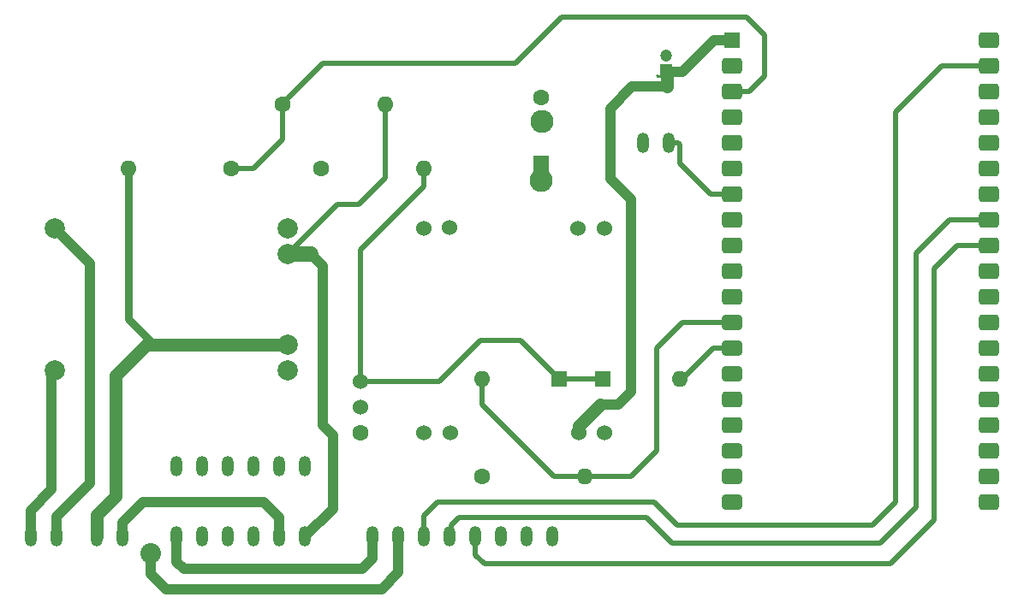
<source format=gbr>
%TF.GenerationSoftware,KiCad,Pcbnew,(7.0.0)*%
%TF.CreationDate,2023-03-30T08:56:28+02:00*%
%TF.ProjectId,HM-Base,484d2d42-6173-4652-9e6b-696361645f70,rev?*%
%TF.SameCoordinates,Original*%
%TF.FileFunction,Copper,L2,Bot*%
%TF.FilePolarity,Positive*%
%FSLAX46Y46*%
G04 Gerber Fmt 4.6, Leading zero omitted, Abs format (unit mm)*
G04 Created by KiCad (PCBNEW (7.0.0)) date 2023-03-30 08:56:28*
%MOMM*%
%LPD*%
G01*
G04 APERTURE LIST*
G04 Aperture macros list*
%AMRoundRect*
0 Rectangle with rounded corners*
0 $1 Rounding radius*
0 $2 $3 $4 $5 $6 $7 $8 $9 X,Y pos of 4 corners*
0 Add a 4 corners polygon primitive as box body*
4,1,4,$2,$3,$4,$5,$6,$7,$8,$9,$2,$3,0*
0 Add four circle primitives for the rounded corners*
1,1,$1+$1,$2,$3*
1,1,$1+$1,$4,$5*
1,1,$1+$1,$6,$7*
1,1,$1+$1,$8,$9*
0 Add four rect primitives between the rounded corners*
20,1,$1+$1,$2,$3,$4,$5,0*
20,1,$1+$1,$4,$5,$6,$7,0*
20,1,$1+$1,$6,$7,$8,$9,0*
20,1,$1+$1,$8,$9,$2,$3,0*%
G04 Aperture macros list end*
%TA.AperFunction,ComponentPad*%
%ADD10C,1.606436*%
%TD*%
%TA.AperFunction,ComponentPad*%
%ADD11C,1.524000*%
%TD*%
%TA.AperFunction,ComponentPad*%
%ADD12O,1.200000X2.000000*%
%TD*%
%TA.AperFunction,ComponentPad*%
%ADD13RoundRect,0.390000X-0.644000X-0.390000X0.644000X-0.390000X0.644000X0.390000X-0.644000X0.390000X0*%
%TD*%
%TA.AperFunction,ComponentPad*%
%ADD14RoundRect,0.390000X-0.626000X-0.390000X0.626000X-0.390000X0.626000X0.390000X-0.626000X0.390000X0*%
%TD*%
%TA.AperFunction,ComponentPad*%
%ADD15R,1.560000X1.560000*%
%TD*%
%TA.AperFunction,ComponentPad*%
%ADD16C,1.600000*%
%TD*%
%TA.AperFunction,ComponentPad*%
%ADD17R,1.600000X1.600000*%
%TD*%
%TA.AperFunction,ComponentPad*%
%ADD18O,1.600000X1.600000*%
%TD*%
%TA.AperFunction,ComponentPad*%
%ADD19R,1.200000X1.200000*%
%TD*%
%TA.AperFunction,ComponentPad*%
%ADD20C,1.200000*%
%TD*%
%TA.AperFunction,ComponentPad*%
%ADD21C,2.000000*%
%TD*%
%TA.AperFunction,ViaPad*%
%ADD22C,2.286000*%
%TD*%
%TA.AperFunction,ViaPad*%
%ADD23C,2.032000*%
%TD*%
%TA.AperFunction,Conductor*%
%ADD24C,1.000000*%
%TD*%
%TA.AperFunction,Conductor*%
%ADD25C,0.508000*%
%TD*%
%TA.AperFunction,Conductor*%
%ADD26C,0.762000*%
%TD*%
%TA.AperFunction,Conductor*%
%ADD27C,1.250000*%
%TD*%
%TA.AperFunction,Conductor*%
%ADD28C,0.250000*%
%TD*%
%TA.AperFunction,Conductor*%
%ADD29C,1.524000*%
%TD*%
%TA.AperFunction,Conductor*%
%ADD30C,1.016000*%
%TD*%
G04 APERTURE END LIST*
D10*
%TO.P,U2,11,PG*%
%TO.N,unconnected-(U2-PG-Pad11)*%
X120065800Y-94756500D03*
D11*
%TO.P,U2,10,PS*%
%TO.N,unconnected-(U2-PS-Pad10)*%
X120065800Y-92216500D03*
%TO.P,U2,9,EN*%
%TO.N,Net-(D1-K)*%
X120065800Y-89676500D03*
%TO.P,U2,8,Gnd4*%
%TO.N,unconnected-(U2-Gnd4-Pad8)*%
X144195800Y-74461900D03*
%TO.P,U2,7,Gnd3*%
%TO.N,GND*%
X141605000Y-74461900D03*
%TO.P,U2,6,Vout2*%
%TO.N,unconnected-(U2-Vout2-Pad6)*%
X144246600Y-94756500D03*
%TO.P,U2,5,Vout1*%
%TO.N,+3.3V*%
X141655800Y-94756500D03*
%TO.P,U2,4,Gnd2*%
%TO.N,unconnected-(U2-Gnd2-Pad4)*%
X128930400Y-74436500D03*
%TO.P,U2,3,Gnd1*%
%TO.N,Net-(U1-GND2)*%
X126390400Y-74461900D03*
%TO.P,U2,2,Vin2*%
%TO.N,unconnected-(U2-Vin2-Pad2)*%
X128955800Y-94756500D03*
%TO.P,U2,1,Vin1*%
%TO.N,Net-(J3A1-Pin_6)*%
X126390400Y-94756500D03*
%TD*%
D12*
%TO.P,J4,6,Pin_6*%
%TO.N,Net-(J4A1-Pin_6)*%
X114619999Y-104999999D03*
%TO.P,J4,5,Pin_5*%
%TO.N,Net-(J2A1-Pin_1)*%
X112079999Y-104999999D03*
%TO.P,J4,4,Pin_4*%
%TO.N,/SDA*%
X109539999Y-104999999D03*
%TO.P,J4,3,Pin_3*%
%TO.N,/SLC*%
X106999999Y-104999999D03*
%TO.P,J4,2,Pin_2*%
%TO.N,+3.3V*%
X104459999Y-104999999D03*
%TO.P,J4,1,Pin_1*%
%TO.N,GND*%
X101919999Y-104999999D03*
%TD*%
D13*
%TO.P,U3,J3-19,CLK*%
%TO.N,unconnected-(U3-CLK-PadJ3-19)*%
X182245000Y-101600000D03*
%TO.P,U3,J3-18,SD0*%
%TO.N,unconnected-(U3-SD0-PadJ3-18)*%
X182245000Y-99060000D03*
%TO.P,U3,J3-17,SD1*%
%TO.N,unconnected-(U3-SD1-PadJ3-17)*%
X182245000Y-96520000D03*
%TO.P,U3,J3-16,IO15*%
%TO.N,unconnected-(U3-IO15-PadJ3-16)*%
X182245000Y-93980000D03*
%TO.P,U3,J3-15,IO2*%
%TO.N,unconnected-(U3-IO2-PadJ3-15)*%
X182245000Y-91440000D03*
%TO.P,U3,J3-14,IO0*%
%TO.N,unconnected-(U3-IO0-PadJ3-14)*%
X182245000Y-88900000D03*
%TO.P,U3,J3-13,IO4*%
%TO.N,unconnected-(U3-IO4-PadJ3-13)*%
X182245000Y-86360000D03*
%TO.P,U3,J3-12,IO16*%
%TO.N,unconnected-(U3-IO16-PadJ3-12)*%
X182245000Y-83820000D03*
%TO.P,U3,J3-11,IO17*%
%TO.N,unconnected-(U3-IO17-PadJ3-11)*%
X182245000Y-81280000D03*
%TO.P,U3,J3-10,IO5*%
%TO.N,/CS*%
X182245000Y-78740000D03*
%TO.P,U3,J3-9,IO18*%
%TO.N,/CLK*%
X182245000Y-76200000D03*
%TO.P,U3,J3-8,IO19*%
%TO.N,/MISO*%
X182245000Y-73660000D03*
%TO.P,U3,J3-7,GND2*%
%TO.N,unconnected-(U3-GND2-PadJ3-7)*%
X182245000Y-71120000D03*
%TO.P,U3,J3-6,IO21*%
%TO.N,/SDA*%
X182245000Y-68580000D03*
%TO.P,U3,J3-5,RXD0*%
%TO.N,unconnected-(U3-RXD0-PadJ3-5)*%
X182245000Y-66040000D03*
%TO.P,U3,J3-4,TXD0*%
%TO.N,unconnected-(U3-TXD0-PadJ3-4)*%
X182245000Y-63500000D03*
%TO.P,U3,J3-3,IO22*%
%TO.N,/SLC*%
X182245000Y-60960000D03*
%TO.P,U3,J3-2,IO23*%
%TO.N,/MOSI*%
X182245000Y-58420000D03*
%TO.P,U3,J3-1,GND3*%
%TO.N,unconnected-(U3-GND3-PadJ3-1)*%
X182245000Y-55880000D03*
D14*
%TO.P,U3,J2-19,EXT_5V*%
%TO.N,unconnected-(U3-EXT_5V-PadJ2-19)*%
X156845000Y-101600000D03*
%TO.P,U3,J2-18,CMD*%
%TO.N,unconnected-(U3-CMD-PadJ2-18)*%
X156845000Y-99060000D03*
%TO.P,U3,J2-2\u002CJ2-17,SD3*%
%TO.N,unconnected-(U3-SD3-PadJ2-17)*%
X156845000Y-96520000D03*
D13*
%TO.P,U3,J2-16,SD2*%
%TO.N,unconnected-(U3-SD2-PadJ2-16)*%
X156845000Y-93980000D03*
%TO.P,U3,J2-15,IO13*%
%TO.N,unconnected-(U3-IO13-PadJ2-15)*%
X156845000Y-91440000D03*
D14*
%TO.P,U3,J2-14,GND1*%
%TO.N,GND*%
X156845000Y-88900000D03*
%TO.P,U3,J2-13,IO12*%
%TO.N,Net-(D1-A)*%
X156845000Y-86360000D03*
%TO.P,U3,J2-12,IO14*%
%TO.N,Net-(D2-A)*%
X156845000Y-83820000D03*
D13*
%TO.P,U3,J2-11,IO27*%
%TO.N,unconnected-(U3-IO27-PadJ2-11)*%
X156845000Y-81280000D03*
%TO.P,U3,J2-10,IO26*%
%TO.N,unconnected-(U3-IO26-PadJ2-10)*%
X156845000Y-78740000D03*
%TO.P,U3,J2-9,IO25*%
%TO.N,unconnected-(U3-IO25-PadJ2-9)*%
X156845000Y-76200000D03*
%TO.P,U3,J2-8,IO33*%
%TO.N,unconnected-(U3-IO33-PadJ2-8)*%
X156845000Y-73660000D03*
%TO.P,U3,J2-7,IO32*%
%TO.N,Net-(J6A1-Pin_1)*%
X156845000Y-71120000D03*
%TO.P,U3,J2-6,IO35*%
%TO.N,unconnected-(U3-IO35-PadJ2-6)*%
X156845000Y-68580000D03*
%TO.P,U3,J2-5,IO34*%
%TO.N,unconnected-(U3-IO34-PadJ2-5)*%
X156845000Y-66040000D03*
%TO.P,U3,J2-4,SENSOR_VN*%
%TO.N,unconnected-(U3-SENSOR_VN-PadJ2-4)*%
X156845000Y-63500000D03*
%TO.P,U3,J2-3,SENSOR_VP*%
%TO.N,Net-(U3-SENSOR_VP)*%
X156845000Y-60960000D03*
%TO.P,U3,J2-2,EN*%
%TO.N,unconnected-(U3-EN-PadJ2-2)*%
X156845000Y-58420000D03*
D15*
%TO.P,U3,J2-1,3V3*%
%TO.N,+3.3V*%
X156844999Y-55879999D03*
%TD*%
D16*
%TO.P,BZ1,2,+*%
%TO.N,GND*%
X138000000Y-61520000D03*
D17*
%TO.P,BZ1,1,-*%
%TO.N,Net-(BZ1--)*%
X137999999Y-68019999D03*
%TD*%
D12*
%TO.P,J3,1,Pin_1*%
%TO.N,GND*%
X101919999Y-97999999D03*
%TO.P,J3,2,Pin_2*%
%TO.N,+3.3V*%
X104459999Y-97999999D03*
%TO.P,J3,3,Pin_3*%
%TO.N,/SLC*%
X106999999Y-97999999D03*
%TO.P,J3,4,Pin_4*%
%TO.N,/SDA*%
X109539999Y-97999999D03*
%TO.P,J3,5,Pin_5*%
%TO.N,Net-(J3A1-Pin_5)*%
X112079999Y-97999999D03*
%TO.P,J3,6,Pin_6*%
%TO.N,Net-(J3A1-Pin_6)*%
X114619999Y-97999999D03*
%TD*%
%TO.P,J5,1,Pin_1*%
%TO.N,GND*%
X121299999Y-104999999D03*
%TO.P,J5,2,Pin_2*%
%TO.N,+3.3V*%
X123839999Y-104999999D03*
%TO.P,J5,3,Pin_3*%
%TO.N,/MOSI*%
X126379999Y-104999999D03*
%TO.P,J5,4,Pin_4*%
%TO.N,/MISO*%
X128919999Y-104999999D03*
%TO.P,J5,5,Pin_5*%
%TO.N,/CLK*%
X131459999Y-104999999D03*
%TO.P,J5,6,Pin_6*%
%TO.N,/CS*%
X133999999Y-104999999D03*
%TO.P,J5,7,Pin_7*%
%TO.N,unconnected-(J5A1-Pin_7-Pad7)*%
X136539999Y-104999999D03*
%TO.P,J5,8,Pin_8*%
%TO.N,unconnected-(J5A1-Pin_8-Pad8)*%
X139079999Y-104999999D03*
%TD*%
%TO.P,J2,1,Pin_1*%
%TO.N,Net-(J2A1-Pin_1)*%
X96539999Y-104999999D03*
%TO.P,J2,2,Pin_2*%
%TO.N,Net-(J2A1-Pin_2)*%
X93999999Y-104999999D03*
%TD*%
D16*
%TO.P,R4,1*%
%TO.N,Net-(J3A1-Pin_5)*%
X132080000Y-99060000D03*
D18*
%TO.P,R4,2*%
%TO.N,Net-(D2-A)*%
X142239999Y-99059999D03*
%TD*%
D17*
%TO.P,D1,1,K*%
%TO.N,Net-(D1-K)*%
X144017999Y-89407999D03*
D18*
%TO.P,D1,2,A*%
%TO.N,Net-(D1-A)*%
X151637999Y-89407999D03*
%TD*%
D16*
%TO.P,R3,1*%
%TO.N,GND*%
X116205000Y-68580000D03*
D18*
%TO.P,R3,2*%
%TO.N,Net-(D1-K)*%
X126364999Y-68579999D03*
%TD*%
D12*
%TO.P,J6,1,Pin_1*%
%TO.N,Net-(J6A1-Pin_1)*%
X150539999Y-65999999D03*
%TO.P,J6,2,Pin_2*%
%TO.N,Net-(BZ1--)*%
X147999999Y-65999999D03*
%TD*%
D16*
%TO.P,R1,1*%
%TO.N,Net-(U3-SENSOR_VP)*%
X107315000Y-68580000D03*
D18*
%TO.P,R1,2*%
%TO.N,Net-(J2A1-Pin_2)*%
X97154999Y-68579999D03*
%TD*%
D16*
%TO.P,R2,1*%
%TO.N,Net-(U3-SENSOR_VP)*%
X112395000Y-62230000D03*
D18*
%TO.P,R2,2*%
%TO.N,Net-(J4A1-Pin_6)*%
X122554999Y-62229999D03*
%TD*%
D12*
%TO.P,J1,1,Pin_1*%
%TO.N,Net-(J1A1-Pin_1)*%
X87459999Y-104999999D03*
%TO.P,J1,2,Pin_2*%
%TO.N,Net-(J1A1-Pin_2)*%
X89999999Y-104999999D03*
%TD*%
D17*
%TO.P,D2,1,K*%
%TO.N,Net-(D1-K)*%
X139699999Y-89407999D03*
D18*
%TO.P,D2,2,A*%
%TO.N,Net-(D2-A)*%
X132079999Y-89407999D03*
%TD*%
D19*
%TO.P,C1,1*%
%TO.N,+3.3V*%
X150334899Y-58855999D03*
D20*
%TO.P,C1,2*%
%TO.N,GND*%
X150334900Y-57356000D03*
%TD*%
D21*
%TO.P,U1,1,Vin+*%
%TO.N,Net-(J1A1-Pin_2)*%
X89895000Y-74515000D03*
%TO.P,U1,2,GND1*%
%TO.N,Net-(J1A1-Pin_1)*%
X89895000Y-88515000D03*
%TO.P,U1,3,Vout1*%
%TO.N,Net-(J3A1-Pin_6)*%
X112895000Y-74515000D03*
%TO.P,U1,4,Bat+*%
%TO.N,Net-(J4A1-Pin_6)*%
X112895000Y-77055000D03*
%TO.P,U1,5,Bat-*%
%TO.N,Net-(J2A1-Pin_2)*%
X112895000Y-85975000D03*
%TO.P,U1,6,GND2*%
%TO.N,Net-(U1-GND2)*%
X112895000Y-88515000D03*
%TD*%
D22*
%TO.N,Net-(BZ1--)*%
X137922000Y-69723000D03*
%TO.N,*%
X138049000Y-63881000D03*
D23*
%TO.N,+3.3V*%
X99314000Y-106680000D03*
%TD*%
D24*
%TO.N,+3.3V*%
X123840000Y-108570000D02*
X123840000Y-105000000D01*
X122174000Y-110236000D02*
X123840000Y-108570000D01*
X99314000Y-108712000D02*
X100838000Y-110236000D01*
X99314000Y-106680000D02*
X99314000Y-108712000D01*
X100838000Y-110236000D02*
X122174000Y-110236000D01*
D25*
%TO.N,/MOSI*%
X126380000Y-102975000D02*
X126380000Y-105000000D01*
X127755000Y-101600000D02*
X126380000Y-102975000D01*
X170688000Y-103886000D02*
X151384000Y-103886000D01*
X172974000Y-62992000D02*
X172974000Y-101600000D01*
X177546000Y-58420000D02*
X172974000Y-62992000D01*
X172974000Y-101600000D02*
X170688000Y-103886000D01*
X151384000Y-103886000D02*
X149098000Y-101600000D01*
X149098000Y-101600000D02*
X127755000Y-101600000D01*
X181610000Y-58420000D02*
X177546000Y-58420000D01*
%TO.N,/CLK*%
X176784000Y-78486000D02*
X179070000Y-76200000D01*
X172466000Y-107696000D02*
X176784000Y-103378000D01*
X132334000Y-107696000D02*
X172466000Y-107696000D01*
X131460000Y-106822000D02*
X132334000Y-107696000D01*
X176784000Y-103378000D02*
X176784000Y-78486000D01*
X179070000Y-76200000D02*
X182245000Y-76200000D01*
X131460000Y-105000000D02*
X131460000Y-106822000D01*
%TO.N,/MISO*%
X175006000Y-76962000D02*
X178308000Y-73660000D01*
X175006000Y-102108000D02*
X175006000Y-76962000D01*
X129032000Y-103886000D02*
X129794000Y-103124000D01*
X129794000Y-103124000D02*
X148336000Y-103124000D01*
X129032000Y-104888000D02*
X129032000Y-103886000D01*
X150876000Y-105664000D02*
X171450000Y-105664000D01*
X178308000Y-73660000D02*
X182245000Y-73660000D01*
X171450000Y-105664000D02*
X175006000Y-102108000D01*
X128920000Y-105000000D02*
X129032000Y-104888000D01*
X148336000Y-103124000D02*
X150876000Y-105664000D01*
D24*
%TO.N,GND*%
X101920000Y-107508000D02*
X101920000Y-105000000D01*
X102616000Y-108204000D02*
X101920000Y-107508000D01*
X121300000Y-107188000D02*
X120284000Y-108204000D01*
X120284000Y-108204000D02*
X102616000Y-108204000D01*
X121300000Y-105000000D02*
X121300000Y-107188000D01*
%TO.N,Net-(J2A1-Pin_1)*%
X112014000Y-104934000D02*
X112080000Y-105000000D01*
X110490000Y-101600000D02*
X112014000Y-103124000D01*
X98552000Y-101600000D02*
X110490000Y-101600000D01*
X112014000Y-103124000D02*
X112014000Y-104934000D01*
X96540000Y-103612000D02*
X98552000Y-101600000D01*
X96540000Y-105000000D02*
X96540000Y-103612000D01*
D26*
%TO.N,Net-(J2A1-Pin_2)*%
X97155000Y-83439000D02*
X97155000Y-68580000D01*
X112645000Y-85725000D02*
X99441000Y-85725000D01*
X99441000Y-85725000D02*
X97155000Y-83439000D01*
X112895000Y-85975000D02*
X112645000Y-85725000D01*
D27*
X95885000Y-100965000D02*
X94000000Y-102850000D01*
X95885000Y-89027000D02*
X95885000Y-100965000D01*
X94000000Y-102850000D02*
X94000000Y-105000000D01*
X98937000Y-85975000D02*
X95885000Y-89027000D01*
X112895000Y-85975000D02*
X98937000Y-85975000D01*
D25*
%TO.N,Net-(U3-SENSOR_VP)*%
X109474000Y-68580000D02*
X107315000Y-68580000D01*
X112395000Y-62230000D02*
X112395000Y-65659000D01*
X112395000Y-65659000D02*
X109474000Y-68580000D01*
X158496000Y-60960000D02*
X156845000Y-60960000D01*
X160020000Y-55372000D02*
X160020000Y-59436000D01*
X158242000Y-53594000D02*
X160020000Y-55372000D01*
X139954000Y-53594000D02*
X158242000Y-53594000D01*
X135382000Y-58166000D02*
X139954000Y-53594000D01*
X116332000Y-58166000D02*
X135382000Y-58166000D01*
X112395000Y-62103000D02*
X116332000Y-58166000D01*
X160020000Y-59436000D02*
X158496000Y-60960000D01*
X112395000Y-62230000D02*
X112395000Y-62103000D01*
%TO.N,Net-(J4A1-Pin_6)*%
X119888000Y-72136000D02*
X122555000Y-69469000D01*
X117814000Y-72136000D02*
X119888000Y-72136000D01*
X122555000Y-69469000D02*
X122555000Y-62230000D01*
X112895000Y-77055000D02*
X117814000Y-72136000D01*
D24*
%TO.N,+3.3V*%
X150368000Y-58889100D02*
X150334900Y-58856000D01*
D27*
X150368000Y-60452000D02*
X150368000Y-58889100D01*
D24*
X146939000Y-60452000D02*
X150368000Y-60452000D01*
X144780000Y-62611000D02*
X146939000Y-60452000D01*
X145542000Y-91948000D02*
X146812000Y-90678000D01*
X144780000Y-69596000D02*
X144780000Y-62611000D01*
X143764000Y-91948000D02*
X145542000Y-91948000D01*
D27*
X141655800Y-94056200D02*
X143764000Y-91948000D01*
D24*
X146812000Y-90678000D02*
X146812000Y-71628000D01*
X141655800Y-94756500D02*
X141655800Y-94056200D01*
X146812000Y-71628000D02*
X144780000Y-69596000D01*
D25*
%TO.N,Net-(J6A1-Pin_1)*%
X151638000Y-66172900D02*
X151638000Y-68072000D01*
X151638000Y-68072000D02*
X154686000Y-71120000D01*
X151465100Y-66000000D02*
X151638000Y-66172900D01*
X154686000Y-71120000D02*
X156585100Y-71120000D01*
%TO.N,Net-(D2-A)*%
X146812000Y-99060000D02*
X142240000Y-99060000D01*
X149352000Y-96520000D02*
X146812000Y-99060000D01*
X149352000Y-86360000D02*
X149352000Y-96520000D01*
X151892000Y-83820000D02*
X149352000Y-86360000D01*
X156845000Y-83820000D02*
X151892000Y-83820000D01*
D28*
%TO.N,Net-(D1-A)*%
X151892000Y-89408000D02*
X151638000Y-89408000D01*
D25*
X154940000Y-86360000D02*
X151892000Y-89408000D01*
%TO.N,Net-(D2-A)*%
X132080000Y-91948000D02*
X139192000Y-99060000D01*
X139192000Y-99060000D02*
X142240000Y-99060000D01*
X132080000Y-89408000D02*
X132080000Y-91948000D01*
D24*
%TO.N,Net-(J4A1-Pin_6)*%
X117348000Y-102272000D02*
X114620000Y-105000000D01*
X116332000Y-93980000D02*
X117348000Y-94996000D01*
X116332000Y-78232000D02*
X116332000Y-93980000D01*
X115155000Y-77055000D02*
X116332000Y-78232000D01*
X117348000Y-94996000D02*
X117348000Y-102272000D01*
D29*
X112895000Y-77055000D02*
X115155000Y-77055000D01*
D25*
%TO.N,Net-(D1-K)*%
X120065800Y-76639300D02*
X126365000Y-70340100D01*
X120065800Y-89676500D02*
X120065800Y-76639300D01*
X126365000Y-69215000D02*
X126365000Y-70340100D01*
X131919900Y-85598000D02*
X127841400Y-89676500D01*
X139700000Y-89408000D02*
X135890000Y-85598000D01*
X127841400Y-89676500D02*
X120065800Y-89676500D01*
X144018000Y-89408000D02*
X139700000Y-89408000D01*
X135890000Y-85598000D02*
X131919900Y-85598000D01*
%TO.N,Net-(D1-A)*%
X154940000Y-86360000D02*
X156845000Y-86360000D01*
D24*
%TO.N,+3.3V*%
X150478900Y-59000000D02*
X150334900Y-58856000D01*
D28*
X149357900Y-59364000D02*
X149442900Y-59449000D01*
X149442900Y-59436000D02*
X150368000Y-59436000D01*
D24*
X151925100Y-59000000D02*
X155045100Y-55880000D01*
X151925100Y-59000000D02*
X150478900Y-59000000D01*
X155045100Y-55880000D02*
X156845000Y-55880000D01*
%TO.N,GND*%
X150310900Y-57332000D02*
X150334900Y-57356000D01*
D30*
%TO.N,Net-(J1A1-Pin_1)*%
X87460000Y-102405000D02*
X87460000Y-105000000D01*
X89895000Y-88515000D02*
X89535000Y-88875000D01*
X89535000Y-100330000D02*
X87460000Y-102405000D01*
X89535000Y-88875000D02*
X89535000Y-100330000D01*
%TO.N,Net-(J1A1-Pin_2)*%
X90000000Y-103040000D02*
X90000000Y-105000000D01*
X89895000Y-74515000D02*
X93345000Y-77965000D01*
X93345000Y-77965000D02*
X93345000Y-99695000D01*
X93345000Y-99695000D02*
X90000000Y-103040000D01*
D25*
%TO.N,Net-(J6A1-Pin_1)*%
X150540000Y-66000000D02*
X151465100Y-66000000D01*
X156585100Y-71120000D02*
X156845000Y-71120000D01*
%TD*%
M02*

</source>
